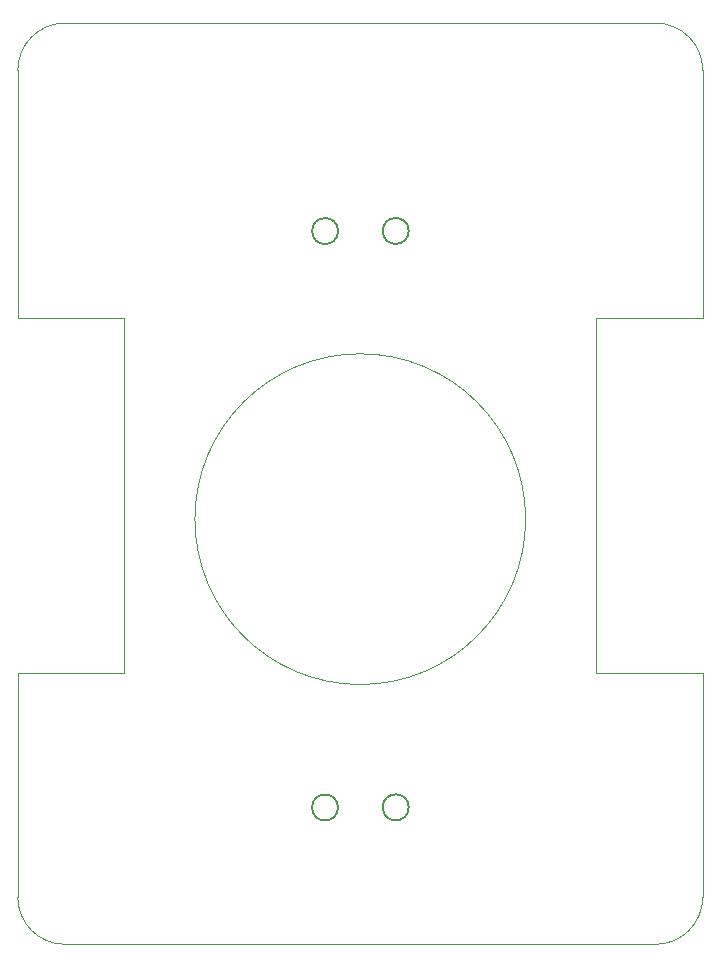
<source format=gbr>
%TF.GenerationSoftware,KiCad,Pcbnew,7.0.7-rc1*%
%TF.CreationDate,2024-03-01T23:28:45-05:00*%
%TF.ProjectId,COMPCBSTATIC,434f4d50-4342-4535-9441-5449432e6b69,rev?*%
%TF.SameCoordinates,Original*%
%TF.FileFunction,Profile,NP*%
%FSLAX46Y46*%
G04 Gerber Fmt 4.6, Leading zero omitted, Abs format (unit mm)*
G04 Created by KiCad (PCBNEW 7.0.7-rc1) date 2024-03-01 23:28:45*
%MOMM*%
%LPD*%
G01*
G04 APERTURE LIST*
%TA.AperFunction,Profile*%
%ADD10C,0.100000*%
%TD*%
%TA.AperFunction,Profile*%
%ADD11C,0.150000*%
%TD*%
G04 APERTURE END LIST*
D10*
X23000000Y-83000000D02*
X23000000Y-62000000D01*
X23000000Y-83000000D02*
X32000000Y-83000000D01*
X81000000Y-62000000D02*
X81000000Y-83000000D01*
X77000000Y-136000000D02*
G75*
G03*
X81000000Y-132000000I0J4000000D01*
G01*
X66000000Y-100000000D02*
G75*
G03*
X66000000Y-100000000I-14000000J0D01*
G01*
D11*
X56100000Y-124400000D02*
G75*
G03*
X56100000Y-124400000I-1100000J0D01*
G01*
X50120000Y-75610000D02*
G75*
G03*
X50120000Y-75610000I-1100000J0D01*
G01*
D10*
X27000000Y-58000000D02*
G75*
G03*
X23000000Y-62000000I0J-4000000D01*
G01*
X72000000Y-83000000D02*
X81000000Y-83000000D01*
X27000000Y-58000000D02*
X77000000Y-58000000D01*
X72000000Y-83000000D02*
X72000000Y-113000000D01*
X77000000Y-136000000D02*
X27000000Y-136000000D01*
X81000000Y-62000000D02*
G75*
G03*
X77000000Y-58000000I-4000000J0D01*
G01*
D11*
X56100000Y-75600000D02*
G75*
G03*
X56100000Y-75600000I-1100000J0D01*
G01*
D10*
X23000000Y-113000000D02*
X32000000Y-113000000D01*
X72000000Y-113000000D02*
X81000000Y-113000000D01*
D11*
X50110000Y-124410000D02*
G75*
G03*
X50110000Y-124410000I-1100000J0D01*
G01*
D10*
X32000000Y-113000000D02*
X32000000Y-83000000D01*
X81000000Y-113000000D02*
X81000000Y-132000000D01*
X23000000Y-132000000D02*
G75*
G03*
X27000000Y-136000000I4000000J0D01*
G01*
X23000000Y-132000000D02*
X23000000Y-113000000D01*
M02*

</source>
